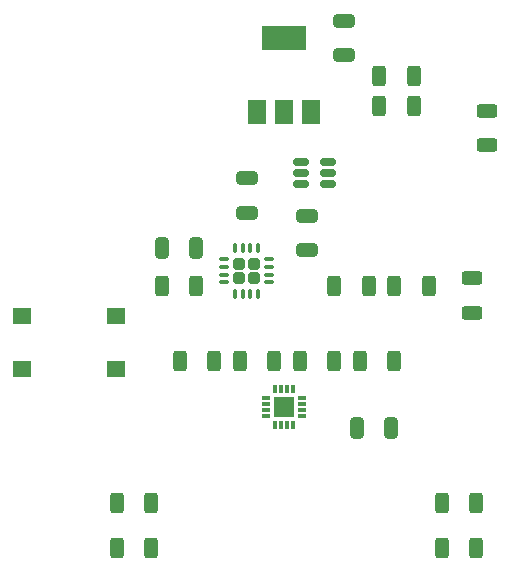
<source format=gbr>
%TF.GenerationSoftware,KiCad,Pcbnew,7.0.7*%
%TF.CreationDate,2023-12-11T18:46:51+01:00*%
%TF.ProjectId,projekt,70726f6a-656b-4742-9e6b-696361645f70,rev?*%
%TF.SameCoordinates,Original*%
%TF.FileFunction,Paste,Top*%
%TF.FilePolarity,Positive*%
%FSLAX46Y46*%
G04 Gerber Fmt 4.6, Leading zero omitted, Abs format (unit mm)*
G04 Created by KiCad (PCBNEW 7.0.7) date 2023-12-11 18:46:51*
%MOMM*%
%LPD*%
G01*
G04 APERTURE LIST*
G04 Aperture macros list*
%AMRoundRect*
0 Rectangle with rounded corners*
0 $1 Rounding radius*
0 $2 $3 $4 $5 $6 $7 $8 $9 X,Y pos of 4 corners*
0 Add a 4 corners polygon primitive as box body*
4,1,4,$2,$3,$4,$5,$6,$7,$8,$9,$2,$3,0*
0 Add four circle primitives for the rounded corners*
1,1,$1+$1,$2,$3*
1,1,$1+$1,$4,$5*
1,1,$1+$1,$6,$7*
1,1,$1+$1,$8,$9*
0 Add four rect primitives between the rounded corners*
20,1,$1+$1,$2,$3,$4,$5,0*
20,1,$1+$1,$4,$5,$6,$7,0*
20,1,$1+$1,$6,$7,$8,$9,0*
20,1,$1+$1,$8,$9,$2,$3,0*%
G04 Aperture macros list end*
%ADD10RoundRect,0.250000X0.312500X0.625000X-0.312500X0.625000X-0.312500X-0.625000X0.312500X-0.625000X0*%
%ADD11RoundRect,0.250000X-0.325000X-0.650000X0.325000X-0.650000X0.325000X0.650000X-0.325000X0.650000X0*%
%ADD12R,1.600000X1.400000*%
%ADD13RoundRect,0.150000X0.512500X0.150000X-0.512500X0.150000X-0.512500X-0.150000X0.512500X-0.150000X0*%
%ADD14R,0.800000X0.300000*%
%ADD15R,0.300000X0.800000*%
%ADD16R,1.760000X1.760000*%
%ADD17RoundRect,0.250000X0.625000X-0.312500X0.625000X0.312500X-0.625000X0.312500X-0.625000X-0.312500X0*%
%ADD18R,1.500000X2.000000*%
%ADD19R,3.800000X2.000000*%
%ADD20RoundRect,0.250000X-0.312500X-0.625000X0.312500X-0.625000X0.312500X0.625000X-0.312500X0.625000X0*%
%ADD21RoundRect,0.250000X-0.650000X0.325000X-0.650000X-0.325000X0.650000X-0.325000X0.650000X0.325000X0*%
%ADD22RoundRect,0.250000X0.255000X-0.255000X0.255000X0.255000X-0.255000X0.255000X-0.255000X-0.255000X0*%
%ADD23RoundRect,0.075000X0.075000X-0.337500X0.075000X0.337500X-0.075000X0.337500X-0.075000X-0.337500X0*%
%ADD24RoundRect,0.075000X0.337500X-0.075000X0.337500X0.075000X-0.337500X0.075000X-0.337500X-0.075000X0*%
%ADD25RoundRect,0.250000X-0.625000X0.312500X-0.625000X-0.312500X0.625000X-0.312500X0.625000X0.312500X0*%
%ADD26RoundRect,0.250000X0.650000X-0.325000X0.650000X0.325000X-0.650000X0.325000X-0.650000X-0.325000X0*%
%ADD27RoundRect,0.250000X0.325000X0.650000X-0.325000X0.650000X-0.325000X-0.650000X0.325000X-0.650000X0*%
G04 APERTURE END LIST*
D10*
%TO.C,R2*%
X78932500Y-36195000D03*
X76007500Y-36195000D03*
%TD*%
%TO.C,R8*%
X84205000Y-72390000D03*
X81280000Y-72390000D03*
%TD*%
D11*
%TO.C,C3*%
X74090000Y-66040000D03*
X77040000Y-66040000D03*
%TD*%
D12*
%TO.C,SW1*%
X53720000Y-61015000D03*
X45720000Y-61015000D03*
X53720000Y-56515000D03*
X45720000Y-56515000D03*
%TD*%
D13*
%TO.C,U1*%
X71622500Y-45400000D03*
X71622500Y-44450000D03*
X71622500Y-43500000D03*
X69347500Y-43500000D03*
X69347500Y-44450000D03*
X69347500Y-45400000D03*
%TD*%
D14*
%TO.C,IC1*%
X69445000Y-65000000D03*
X69445000Y-64500000D03*
X69445000Y-64000000D03*
X69445000Y-63500000D03*
D15*
X68695000Y-62750000D03*
X68195000Y-62750000D03*
X67695000Y-62750000D03*
X67195000Y-62750000D03*
D14*
X66445000Y-63500000D03*
X66445000Y-64000000D03*
X66445000Y-64500000D03*
X66445000Y-65000000D03*
D15*
X67195000Y-65750000D03*
X67695000Y-65750000D03*
X68195000Y-65750000D03*
X68695000Y-65750000D03*
D16*
X67945000Y-64250000D03*
%TD*%
D17*
%TO.C,R15*%
X85090000Y-42102500D03*
X85090000Y-39177500D03*
%TD*%
D18*
%TO.C,U4*%
X65645000Y-39320000D03*
X67945000Y-39320000D03*
D19*
X67945000Y-33020000D03*
D18*
X70245000Y-39320000D03*
%TD*%
D20*
%TO.C,R14*%
X53782500Y-76200000D03*
X56707500Y-76200000D03*
%TD*%
D10*
%TO.C,R6*%
X80202500Y-53975000D03*
X77277500Y-53975000D03*
%TD*%
D21*
%TO.C,C1*%
X69850000Y-48055000D03*
X69850000Y-51005000D03*
%TD*%
D20*
%TO.C,R11*%
X64172500Y-60325000D03*
X67097500Y-60325000D03*
%TD*%
D10*
%TO.C,R7*%
X75122500Y-53975000D03*
X72197500Y-53975000D03*
%TD*%
D20*
%TO.C,R13*%
X53782500Y-72390000D03*
X56707500Y-72390000D03*
%TD*%
%TO.C,R12*%
X59092500Y-60325000D03*
X62017500Y-60325000D03*
%TD*%
%TO.C,R10*%
X69252500Y-60325000D03*
X72177500Y-60325000D03*
%TD*%
D10*
%TO.C,R3*%
X60517500Y-53975000D03*
X57592500Y-53975000D03*
%TD*%
D20*
%TO.C,R9*%
X74332500Y-60325000D03*
X77257500Y-60325000D03*
%TD*%
D22*
%TO.C,U2*%
X64145000Y-53362500D03*
X65395000Y-53362500D03*
X64145000Y-52112500D03*
X65395000Y-52112500D03*
D23*
X63795000Y-54675000D03*
X64445000Y-54675000D03*
X65095000Y-54675000D03*
X65745000Y-54675000D03*
D24*
X66707500Y-53712500D03*
X66707500Y-53062500D03*
X66707500Y-52412500D03*
X66707500Y-51762500D03*
D23*
X65745000Y-50800000D03*
X65095000Y-50800000D03*
X64445000Y-50800000D03*
X63795000Y-50800000D03*
D24*
X62832500Y-51762500D03*
X62832500Y-52412500D03*
X62832500Y-53062500D03*
X62832500Y-53712500D03*
%TD*%
D10*
%TO.C,R1*%
X78932500Y-38735000D03*
X76007500Y-38735000D03*
%TD*%
%TO.C,R4*%
X84205000Y-76200000D03*
X81280000Y-76200000D03*
%TD*%
D25*
%TO.C,R5*%
X83820000Y-53340000D03*
X83820000Y-56265000D03*
%TD*%
D26*
%TO.C,C4*%
X73025000Y-34495000D03*
X73025000Y-31545000D03*
%TD*%
D27*
%TO.C,C2*%
X60530000Y-50800000D03*
X57580000Y-50800000D03*
%TD*%
D26*
%TO.C,C5*%
X64770000Y-47830000D03*
X64770000Y-44880000D03*
%TD*%
M02*

</source>
